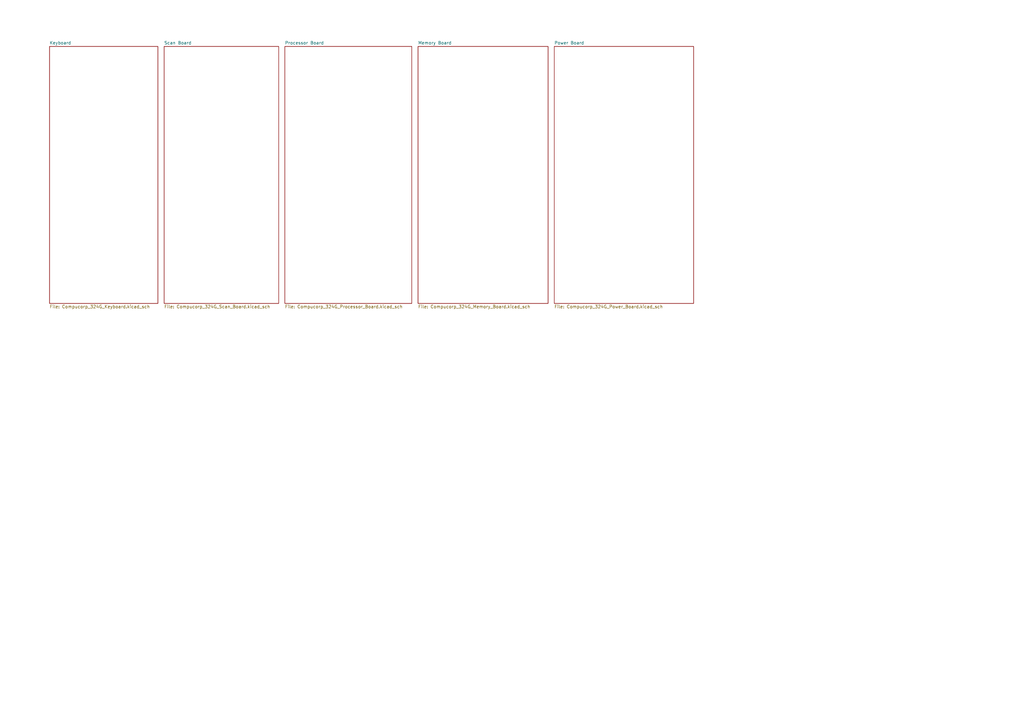
<source format=kicad_sch>
(kicad_sch
	(version 20250114)
	(generator "eeschema")
	(generator_version "9.0")
	(uuid "2d77b643-896b-4ca4-ac76-7c6cc0d5263f")
	(paper "A3")
	(title_block
		(title "Compucorp 320-Series Scientist Calculator")
		(date "1/FEB/2026")
		(rev "WIP")
		(company "Brett Hallen")
		(comment 2 "I only have a 324G so that is my reference")
		(comment 3 "There may/will be errors")
		(comment 4 "NOTE! A Work In Progress ... INCOMPLETE")
	)
	(lib_symbols)
	(sheet
		(at 116.84 19.05)
		(size 52.07 105.41)
		(exclude_from_sim no)
		(in_bom yes)
		(on_board yes)
		(dnp no)
		(fields_autoplaced yes)
		(stroke
			(width 0.1524)
			(type solid)
		)
		(fill
			(color 0 0 0 0.0000)
		)
		(uuid "29597935-4ae9-46d1-9c96-37a83ad2c138")
		(property "Sheetname" "Processor Board"
			(at 116.84 18.3384 0)
			(effects
				(font
					(size 1.27 1.27)
				)
				(justify left bottom)
			)
		)
		(property "Sheetfile" "Compucorp_324G_Processor_Board.kicad_sch"
			(at 116.84 125.0446 0)
			(effects
				(font
					(size 1.27 1.27)
				)
				(justify left top)
			)
		)
		(instances
			(project "Compucorp_324G_Scientist"
				(path "/2d77b643-896b-4ca4-ac76-7c6cc0d5263f"
					(page "4")
				)
			)
		)
	)
	(sheet
		(at 227.33 19.05)
		(size 57.15 105.41)
		(exclude_from_sim no)
		(in_bom yes)
		(on_board yes)
		(dnp no)
		(fields_autoplaced yes)
		(stroke
			(width 0.1524)
			(type solid)
		)
		(fill
			(color 0 0 0 0.0000)
		)
		(uuid "5a5c41eb-715d-4fec-8dee-08af9d7e83c2")
		(property "Sheetname" "Power Board"
			(at 227.33 18.3384 0)
			(effects
				(font
					(size 1.27 1.27)
				)
				(justify left bottom)
			)
		)
		(property "Sheetfile" "Compucorp_324G_Power_Board.kicad_sch"
			(at 227.33 125.0446 0)
			(effects
				(font
					(size 1.27 1.27)
				)
				(justify left top)
			)
		)
		(instances
			(project "Compucorp_324G_Scientist"
				(path "/2d77b643-896b-4ca4-ac76-7c6cc0d5263f"
					(page "6")
				)
			)
		)
	)
	(sheet
		(at 20.32 19.05)
		(size 44.45 105.41)
		(exclude_from_sim no)
		(in_bom yes)
		(on_board yes)
		(dnp no)
		(fields_autoplaced yes)
		(stroke
			(width 0.1524)
			(type solid)
		)
		(fill
			(color 0 0 0 0.0000)
		)
		(uuid "a09398db-93e2-4104-9e40-52c77574b0b0")
		(property "Sheetname" "Keyboard"
			(at 20.32 18.3384 0)
			(effects
				(font
					(size 1.27 1.27)
				)
				(justify left bottom)
			)
		)
		(property "Sheetfile" "Compucorp_324G_Keyboard.kicad_sch"
			(at 20.32 125.0446 0)
			(effects
				(font
					(size 1.27 1.27)
				)
				(justify left top)
			)
		)
		(instances
			(project "Compucorp_324G_Scientist"
				(path "/2d77b643-896b-4ca4-ac76-7c6cc0d5263f"
					(page "2")
				)
			)
		)
	)
	(sheet
		(at 67.31 19.05)
		(size 46.99 105.41)
		(exclude_from_sim no)
		(in_bom yes)
		(on_board yes)
		(dnp no)
		(fields_autoplaced yes)
		(stroke
			(width 0.1524)
			(type solid)
		)
		(fill
			(color 0 0 0 0.0000)
		)
		(uuid "f34092bb-66e3-4808-b1db-6d115583766d")
		(property "Sheetname" "Scan Board"
			(at 67.31 18.3384 0)
			(effects
				(font
					(size 1.27 1.27)
				)
				(justify left bottom)
			)
		)
		(property "Sheetfile" "Compucorp_324G_Scan_Board.kicad_sch"
			(at 67.31 125.0446 0)
			(effects
				(font
					(size 1.27 1.27)
				)
				(justify left top)
			)
		)
		(instances
			(project "Compucorp_324G_Scientist"
				(path "/2d77b643-896b-4ca4-ac76-7c6cc0d5263f"
					(page "3")
				)
			)
		)
	)
	(sheet
		(at 171.45 19.05)
		(size 53.34 105.41)
		(exclude_from_sim no)
		(in_bom yes)
		(on_board yes)
		(dnp no)
		(fields_autoplaced yes)
		(stroke
			(width 0.1524)
			(type solid)
		)
		(fill
			(color 0 0 0 0.0000)
		)
		(uuid "fe8084c3-1d78-420c-8837-09cebe2fe36c")
		(property "Sheetname" "Memory Board"
			(at 171.45 18.3384 0)
			(effects
				(font
					(size 1.27 1.27)
				)
				(justify left bottom)
			)
		)
		(property "Sheetfile" "Compucorp_324G_Memory_Board.kicad_sch"
			(at 171.45 125.0446 0)
			(effects
				(font
					(size 1.27 1.27)
				)
				(justify left top)
			)
		)
		(instances
			(project "Compucorp_324G_Scientist"
				(path "/2d77b643-896b-4ca4-ac76-7c6cc0d5263f"
					(page "5")
				)
			)
		)
	)
	(sheet_instances
		(path "/"
			(page "1")
		)
	)
	(embedded_fonts no)
)

</source>
